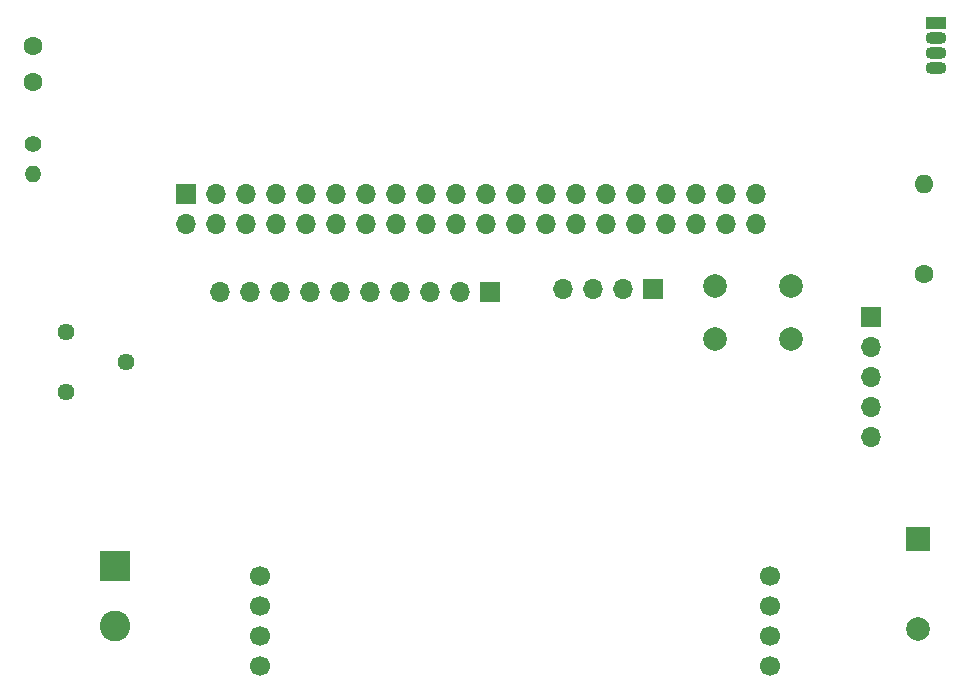
<source format=gbr>
%TF.GenerationSoftware,KiCad,Pcbnew,7.0.1-0*%
%TF.CreationDate,2023-12-26T23:08:58-03:00*%
%TF.ProjectId,rpizerow_kit_desarrollo,7270697a-6572-46f7-975f-6b69745f6465,2*%
%TF.SameCoordinates,Original*%
%TF.FileFunction,Soldermask,Top*%
%TF.FilePolarity,Negative*%
%FSLAX46Y46*%
G04 Gerber Fmt 4.6, Leading zero omitted, Abs format (unit mm)*
G04 Created by KiCad (PCBNEW 7.0.1-0) date 2023-12-26 23:08:58*
%MOMM*%
%LPD*%
G01*
G04 APERTURE LIST*
%ADD10O,1.600000X1.600000*%
%ADD11C,1.600000*%
%ADD12O,1.700000X1.700000*%
%ADD13R,1.700000X1.700000*%
%ADD14C,2.000000*%
%ADD15R,2.000000X2.000000*%
%ADD16C,1.440000*%
%ADD17O,1.400000X1.400000*%
%ADD18C,1.400000*%
%ADD19R,2.600000X2.600000*%
%ADD20C,2.600000*%
%ADD21C,1.700000*%
%ADD22R,1.800000X1.070000*%
%ADD23O,1.800000X1.070000*%
G04 APERTURE END LIST*
D10*
%TO.C,R6*%
X113985000Y-49650000D03*
D11*
X113985000Y-57270000D03*
%TD*%
D12*
%TO.C,ADC Externo*%
X72147500Y-58717500D03*
X69607500Y-58717500D03*
D13*
X77227500Y-58717500D03*
D12*
X54367500Y-58717500D03*
X56907500Y-58717500D03*
X59447500Y-58717500D03*
X61987500Y-58717500D03*
X74687500Y-58717500D03*
X64527500Y-58717500D03*
X67067500Y-58717500D03*
%TD*%
D14*
%TO.C,Buzzer*%
X113485000Y-87260000D03*
D15*
X113485000Y-79660000D03*
%TD*%
D16*
%TO.C,RV*%
X41330000Y-62170000D03*
X46410000Y-64710000D03*
X41330000Y-67250000D03*
%TD*%
D17*
%TO.C,NTC*%
X38485000Y-48780000D03*
D18*
X38485000Y-46240000D03*
%TD*%
D14*
%TO.C,SW*%
X102735000Y-62710000D03*
X96235000Y-62710000D03*
X102735000Y-58210000D03*
X96235000Y-58210000D03*
%TD*%
D19*
%TO.C,J2*%
X45430000Y-81915000D03*
D20*
X45430000Y-86995000D03*
%TD*%
D21*
%TO.C,4-Digit LED Display*%
X100945000Y-82840000D03*
X100945000Y-85380000D03*
X100945000Y-87920000D03*
X100945000Y-90460000D03*
X57765000Y-82840000D03*
X57765000Y-85380000D03*
X57765000Y-87920000D03*
X57765000Y-90460000D03*
%TD*%
D22*
%TO.C,RGB*%
X115000000Y-35980000D03*
D23*
X115000000Y-37250000D03*
X115000000Y-38520000D03*
X115000000Y-39790000D03*
%TD*%
D12*
%TO.C,BMP180*%
X83365000Y-58460000D03*
X85905000Y-58460000D03*
X88445000Y-58460000D03*
D13*
X90985000Y-58460000D03*
%TD*%
D12*
%TO.C,RPiZeroW*%
X51445000Y-53000000D03*
D13*
X51445000Y-50460000D03*
D12*
X53985000Y-53000000D03*
X53985000Y-50460000D03*
X56525000Y-53000000D03*
X56525000Y-50460000D03*
X59065000Y-53000000D03*
X59065000Y-50460000D03*
X61605000Y-53000000D03*
X61605000Y-50460000D03*
X64145000Y-53000000D03*
X64145000Y-50460000D03*
X66685000Y-53000000D03*
X66685000Y-50460000D03*
X69225000Y-53000000D03*
X69225000Y-50460000D03*
X71765000Y-53000000D03*
X71765000Y-50460000D03*
X74305000Y-53000000D03*
X74305000Y-50460000D03*
X76845000Y-53000000D03*
X76845000Y-50460000D03*
X79385000Y-53000000D03*
X79385000Y-50460000D03*
X81925000Y-53000000D03*
X81925000Y-50460000D03*
X84465000Y-53000000D03*
X84465000Y-50460000D03*
X87005000Y-53000000D03*
X87005000Y-50460000D03*
X89545000Y-53000000D03*
X89545000Y-50460000D03*
X92085000Y-53000000D03*
X92085000Y-50460000D03*
X94625000Y-53000000D03*
X94625000Y-50460000D03*
X97165000Y-53000000D03*
X97165000Y-50460000D03*
X99705000Y-53000000D03*
X99705000Y-50460000D03*
%TD*%
%TO.C,UART-USB*%
X109485000Y-71000000D03*
X109485000Y-68460000D03*
X109485000Y-65920000D03*
X109485000Y-63380000D03*
D13*
X109485000Y-60840000D03*
%TD*%
D11*
%TO.C,LDR*%
X38485000Y-37960000D03*
X38485000Y-40960000D03*
%TD*%
M02*

</source>
